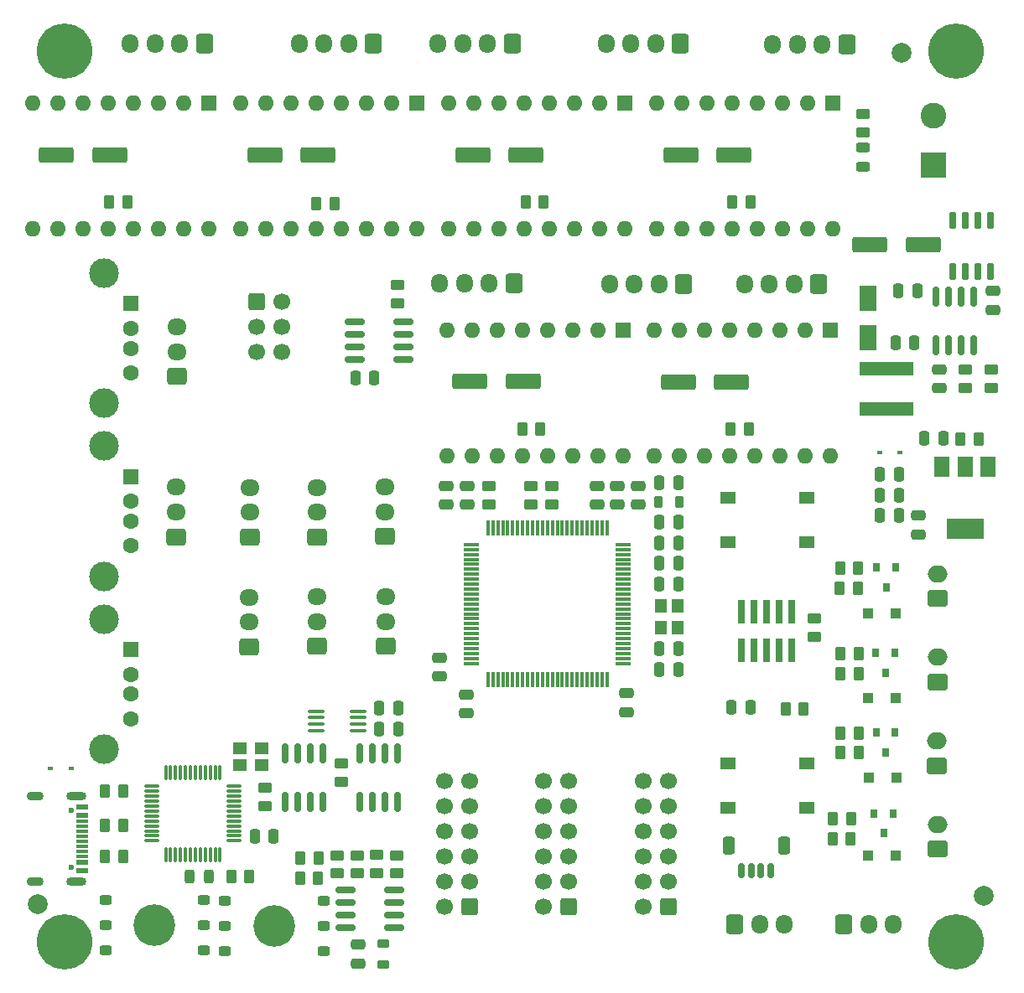
<source format=gbr>
G04 #@! TF.GenerationSoftware,KiCad,Pcbnew,6.0.2+dfsg-1~bpo11+1*
G04 #@! TF.CreationDate,2022-03-16T10:56:09+00:00*
G04 #@! TF.ProjectId,mobo,6d6f626f-2e6b-4696-9361-645f70636258,rev?*
G04 #@! TF.SameCoordinates,Original*
G04 #@! TF.FileFunction,Soldermask,Top*
G04 #@! TF.FilePolarity,Negative*
%FSLAX46Y46*%
G04 Gerber Fmt 4.6, Leading zero omitted, Abs format (unit mm)*
G04 Created by KiCad (PCBNEW 6.0.2+dfsg-1~bpo11+1) date 2022-03-16 10:56:09*
%MOMM*%
%LPD*%
G01*
G04 APERTURE LIST*
G04 Aperture macros list*
%AMRoundRect*
0 Rectangle with rounded corners*
0 $1 Rounding radius*
0 $2 $3 $4 $5 $6 $7 $8 $9 X,Y pos of 4 corners*
0 Add a 4 corners polygon primitive as box body*
4,1,4,$2,$3,$4,$5,$6,$7,$8,$9,$2,$3,0*
0 Add four circle primitives for the rounded corners*
1,1,$1+$1,$2,$3*
1,1,$1+$1,$4,$5*
1,1,$1+$1,$6,$7*
1,1,$1+$1,$8,$9*
0 Add four rect primitives between the rounded corners*
20,1,$1+$1,$2,$3,$4,$5,0*
20,1,$1+$1,$4,$5,$6,$7,0*
20,1,$1+$1,$6,$7,$8,$9,0*
20,1,$1+$1,$8,$9,$2,$3,0*%
G04 Aperture macros list end*
%ADD10C,5.600000*%
%ADD11R,1.100000X1.100000*%
%ADD12R,0.800000X0.900000*%
%ADD13RoundRect,0.249999X-0.262501X-0.450001X0.262501X-0.450001X0.262501X0.450001X-0.262501X0.450001X0*%
%ADD14R,1.600000X1.600000*%
%ADD15C,1.600000*%
%ADD16C,3.000000*%
%ADD17RoundRect,0.075000X0.662500X0.075000X-0.662500X0.075000X-0.662500X-0.075000X0.662500X-0.075000X0*%
%ADD18RoundRect,0.075000X0.075000X0.662500X-0.075000X0.662500X-0.075000X-0.662500X0.075000X-0.662500X0*%
%ADD19RoundRect,0.237500X-0.375000X-0.237500X0.375000X-0.237500X0.375000X0.237500X-0.375000X0.237500X0*%
%ADD20C,0.600000*%
%ADD21R,1.160000X0.600000*%
%ADD22R,1.160000X0.300000*%
%ADD23O,2.000000X0.900000*%
%ADD24O,1.700000X0.900000*%
%ADD25O,1.600000X1.600000*%
%ADD26RoundRect,0.250000X0.600000X0.725000X-0.600000X0.725000X-0.600000X-0.725000X0.600000X-0.725000X0*%
%ADD27O,1.700000X1.950000*%
%ADD28RoundRect,0.250000X-1.500000X-0.550000X1.500000X-0.550000X1.500000X0.550000X-1.500000X0.550000X0*%
%ADD29RoundRect,0.243750X-0.456250X0.243750X-0.456250X-0.243750X0.456250X-0.243750X0.456250X0.243750X0*%
%ADD30R,2.600000X2.600000*%
%ADD31C,2.600000*%
%ADD32RoundRect,0.249999X0.450001X-0.262501X0.450001X0.262501X-0.450001X0.262501X-0.450001X-0.262501X0*%
%ADD33RoundRect,0.250000X1.500000X0.550000X-1.500000X0.550000X-1.500000X-0.550000X1.500000X-0.550000X0*%
%ADD34RoundRect,0.150000X0.150000X-0.725000X0.150000X0.725000X-0.150000X0.725000X-0.150000X-0.725000X0*%
%ADD35RoundRect,0.250000X0.725000X-0.600000X0.725000X0.600000X-0.725000X0.600000X-0.725000X-0.600000X0*%
%ADD36O,1.950000X1.700000*%
%ADD37RoundRect,0.250000X0.600000X0.600000X-0.600000X0.600000X-0.600000X-0.600000X0.600000X-0.600000X0*%
%ADD38C,1.700000*%
%ADD39R,5.500000X1.430000*%
%ADD40RoundRect,0.150000X0.825000X0.150000X-0.825000X0.150000X-0.825000X-0.150000X0.825000X-0.150000X0*%
%ADD41RoundRect,0.250000X-0.600000X-0.600000X0.600000X-0.600000X0.600000X0.600000X-0.600000X0.600000X0*%
%ADD42RoundRect,0.250000X-0.600000X-0.725000X0.600000X-0.725000X0.600000X0.725000X-0.600000X0.725000X0*%
%ADD43R,1.800000X2.500000*%
%ADD44RoundRect,0.250000X-0.475000X0.250000X-0.475000X-0.250000X0.475000X-0.250000X0.475000X0.250000X0*%
%ADD45RoundRect,0.249999X-0.450001X0.262501X-0.450001X-0.262501X0.450001X-0.262501X0.450001X0.262501X0*%
%ADD46RoundRect,0.250000X0.475000X-0.250000X0.475000X0.250000X-0.475000X0.250000X-0.475000X-0.250000X0*%
%ADD47RoundRect,0.250000X0.250000X0.475000X-0.250000X0.475000X-0.250000X-0.475000X0.250000X-0.475000X0*%
%ADD48RoundRect,0.250000X-0.250000X-0.475000X0.250000X-0.475000X0.250000X0.475000X-0.250000X0.475000X0*%
%ADD49R,1.200000X1.400000*%
%ADD50RoundRect,0.250000X0.750000X-0.600000X0.750000X0.600000X-0.750000X0.600000X-0.750000X-0.600000X0*%
%ADD51O,2.000000X1.700000*%
%ADD52R,0.600000X0.450000*%
%ADD53RoundRect,0.150000X-0.150000X-0.625000X0.150000X-0.625000X0.150000X0.625000X-0.150000X0.625000X0*%
%ADD54RoundRect,0.249999X-0.350001X-0.650001X0.350001X-0.650001X0.350001X0.650001X-0.350001X0.650001X0*%
%ADD55RoundRect,0.075000X0.725000X0.075000X-0.725000X0.075000X-0.725000X-0.075000X0.725000X-0.075000X0*%
%ADD56RoundRect,0.075000X0.075000X0.725000X-0.075000X0.725000X-0.075000X-0.725000X0.075000X-0.725000X0*%
%ADD57RoundRect,0.249999X0.262501X0.450001X-0.262501X0.450001X-0.262501X-0.450001X0.262501X-0.450001X0*%
%ADD58R,1.400000X1.200000*%
%ADD59RoundRect,0.150000X0.150000X-0.825000X0.150000X0.825000X-0.150000X0.825000X-0.150000X-0.825000X0*%
%ADD60R,1.500000X2.000000*%
%ADD61R,3.800000X2.000000*%
%ADD62RoundRect,0.243750X0.243750X0.456250X-0.243750X0.456250X-0.243750X-0.456250X0.243750X-0.456250X0*%
%ADD63RoundRect,0.100000X0.712500X0.100000X-0.712500X0.100000X-0.712500X-0.100000X0.712500X-0.100000X0*%
%ADD64R,1.550000X1.300000*%
%ADD65R,0.740000X2.400000*%
%ADD66RoundRect,0.150000X-0.150000X0.825000X-0.150000X-0.825000X0.150000X-0.825000X0.150000X0.825000X0*%
%ADD67RoundRect,0.218750X-0.381250X0.218750X-0.381250X-0.218750X0.381250X-0.218750X0.381250X0.218750X0*%
%ADD68RoundRect,0.218750X-0.218750X-0.381250X0.218750X-0.381250X0.218750X0.381250X-0.218750X0.381250X0*%
%ADD69RoundRect,0.250000X-0.262500X-0.450000X0.262500X-0.450000X0.262500X0.450000X-0.262500X0.450000X0*%
%ADD70C,2.000000*%
%ADD71C,4.200000*%
G04 APERTURE END LIST*
D10*
X74020000Y-71030000D03*
X164020000Y-71030000D03*
X74020000Y-161030000D03*
X164020000Y-161030000D03*
D11*
X157920000Y-152350000D03*
X155120000Y-152350000D03*
D12*
X157680000Y-148080000D03*
X155780000Y-148080000D03*
X156730000Y-150080000D03*
X157870000Y-139900000D03*
X155970000Y-139900000D03*
X156920000Y-141900000D03*
D13*
X151617500Y-148620000D03*
X153442500Y-148620000D03*
D14*
X80740000Y-96580000D03*
D15*
X80740000Y-99080000D03*
X80740000Y-101080000D03*
X80740000Y-103580000D03*
D16*
X78030000Y-106650000D03*
X78030000Y-93510000D03*
D14*
X80720000Y-114030000D03*
D15*
X80720000Y-116530000D03*
X80720000Y-118530000D03*
X80720000Y-121030000D03*
D16*
X78010000Y-124100000D03*
X78010000Y-110960000D03*
D14*
X80710000Y-131510000D03*
D15*
X80710000Y-134010000D03*
X80710000Y-136010000D03*
X80710000Y-138510000D03*
D16*
X78000000Y-128440000D03*
X78000000Y-141580000D03*
D17*
X91162500Y-150840000D03*
X91162500Y-150340000D03*
X91162500Y-149840000D03*
X91162500Y-149340000D03*
X91162500Y-148840000D03*
X91162500Y-148340000D03*
X91162500Y-147840000D03*
X91162500Y-147340000D03*
X91162500Y-146840000D03*
X91162500Y-146340000D03*
X91162500Y-145840000D03*
X91162500Y-145340000D03*
D18*
X89750000Y-143927500D03*
X89250000Y-143927500D03*
X88750000Y-143927500D03*
X88250000Y-143927500D03*
X87750000Y-143927500D03*
X87250000Y-143927500D03*
X86750000Y-143927500D03*
X86250000Y-143927500D03*
X85750000Y-143927500D03*
X85250000Y-143927500D03*
X84750000Y-143927500D03*
X84250000Y-143927500D03*
D17*
X82837500Y-145340000D03*
X82837500Y-145840000D03*
X82837500Y-146340000D03*
X82837500Y-146840000D03*
X82837500Y-147340000D03*
X82837500Y-147840000D03*
X82837500Y-148340000D03*
X82837500Y-148840000D03*
X82837500Y-149340000D03*
X82837500Y-149840000D03*
X82837500Y-150340000D03*
X82837500Y-150840000D03*
D18*
X84250000Y-152252500D03*
X84750000Y-152252500D03*
X85250000Y-152252500D03*
X85750000Y-152252500D03*
X86250000Y-152252500D03*
X86750000Y-152252500D03*
X87250000Y-152252500D03*
X87750000Y-152252500D03*
X88250000Y-152252500D03*
X88750000Y-152252500D03*
X89250000Y-152252500D03*
X89750000Y-152252500D03*
D19*
X90222500Y-156880000D03*
X90222500Y-159420000D03*
X90222500Y-161960000D03*
X100197500Y-161960000D03*
X100197500Y-159420000D03*
X100197500Y-156880000D03*
D20*
X74750000Y-153530000D03*
X74750000Y-147750000D03*
D21*
X75810000Y-147440000D03*
X75810000Y-148240000D03*
D22*
X75810000Y-149390000D03*
X75810000Y-150390000D03*
X75810000Y-150890000D03*
X75810000Y-151890000D03*
D21*
X75810000Y-153040000D03*
X75810000Y-153840000D03*
X75810000Y-153840000D03*
X75810000Y-153040000D03*
D22*
X75810000Y-152390000D03*
X75810000Y-151390000D03*
X75810000Y-149890000D03*
X75810000Y-148890000D03*
D21*
X75810000Y-148240000D03*
X75810000Y-147440000D03*
D23*
X75230000Y-146320000D03*
D24*
X71060000Y-154960000D03*
D23*
X75230000Y-154960000D03*
D24*
X71060000Y-146320000D03*
D11*
X157940000Y-136450000D03*
X155140000Y-136450000D03*
D13*
X152327500Y-123270000D03*
X154152500Y-123270000D03*
D12*
X157860000Y-131840000D03*
X155960000Y-131840000D03*
X156910000Y-133840000D03*
X157940000Y-123240000D03*
X156040000Y-123240000D03*
X156990000Y-125240000D03*
D13*
X152367500Y-139950000D03*
X154192500Y-139950000D03*
X152387500Y-131920000D03*
X154212500Y-131920000D03*
X152317500Y-125310000D03*
X154142500Y-125310000D03*
D14*
X109570000Y-76280000D03*
D25*
X107030000Y-76280000D03*
X104490000Y-76280000D03*
X101950000Y-76280000D03*
X99410000Y-76280000D03*
X96870000Y-76280000D03*
X94330000Y-76280000D03*
X91790000Y-76280000D03*
X91790000Y-88980000D03*
X94330000Y-88980000D03*
X96870000Y-88980000D03*
X99410000Y-88980000D03*
X101950000Y-88980000D03*
X104490000Y-88980000D03*
X107030000Y-88980000D03*
X109570000Y-88980000D03*
D14*
X130570000Y-76280000D03*
D25*
X128030000Y-76280000D03*
X125490000Y-76280000D03*
X122950000Y-76280000D03*
X120410000Y-76280000D03*
X117870000Y-76280000D03*
X115330000Y-76280000D03*
X112790000Y-76280000D03*
X112790000Y-88980000D03*
X115330000Y-88980000D03*
X117870000Y-88980000D03*
X120410000Y-88980000D03*
X122950000Y-88980000D03*
X125490000Y-88980000D03*
X128030000Y-88980000D03*
X130570000Y-88980000D03*
D14*
X88570000Y-76280000D03*
D25*
X86030000Y-76280000D03*
X83490000Y-76280000D03*
X80950000Y-76280000D03*
X78410000Y-76280000D03*
X75870000Y-76280000D03*
X73330000Y-76280000D03*
X70790000Y-76280000D03*
X70790000Y-88980000D03*
X73330000Y-88980000D03*
X75870000Y-88980000D03*
X78410000Y-88980000D03*
X80950000Y-88980000D03*
X83490000Y-88980000D03*
X86030000Y-88980000D03*
X88570000Y-88980000D03*
D14*
X151570000Y-76280000D03*
D25*
X149030000Y-76280000D03*
X146490000Y-76280000D03*
X143950000Y-76280000D03*
X141410000Y-76280000D03*
X138870000Y-76280000D03*
X136330000Y-76280000D03*
X133790000Y-76280000D03*
X133790000Y-88980000D03*
X136330000Y-88980000D03*
X138870000Y-88980000D03*
X141410000Y-88980000D03*
X143950000Y-88980000D03*
X146490000Y-88980000D03*
X149030000Y-88980000D03*
X151570000Y-88980000D03*
D26*
X136220000Y-70300000D03*
D27*
X133720000Y-70300000D03*
X131220000Y-70300000D03*
X128720000Y-70300000D03*
D26*
X88185000Y-70275000D03*
D27*
X85685000Y-70275000D03*
X83185000Y-70275000D03*
X80685000Y-70275000D03*
D28*
X94240000Y-81580000D03*
X99640000Y-81580000D03*
D26*
X153020000Y-70400000D03*
D27*
X150520000Y-70400000D03*
X148020000Y-70400000D03*
X145520000Y-70400000D03*
D13*
X99477500Y-86470000D03*
X101302500Y-86470000D03*
X78557500Y-86310000D03*
X80382500Y-86310000D03*
D28*
X115240000Y-81580000D03*
X120640000Y-81580000D03*
D13*
X120607500Y-86270000D03*
X122432500Y-86270000D03*
D28*
X136240000Y-81580000D03*
X141640000Y-81580000D03*
D13*
X141437500Y-86310000D03*
X143262500Y-86310000D03*
D29*
X154680000Y-80830000D03*
X154680000Y-82705000D03*
D30*
X161790000Y-82590000D03*
D31*
X161790000Y-77590000D03*
D32*
X154680000Y-79262500D03*
X154680000Y-77437500D03*
D26*
X119235000Y-70275000D03*
D27*
X116735000Y-70275000D03*
X114235000Y-70275000D03*
X111735000Y-70275000D03*
D26*
X105235000Y-70275000D03*
D27*
X102735000Y-70275000D03*
X100235000Y-70275000D03*
X97735000Y-70275000D03*
D33*
X160730000Y-90600000D03*
X155330000Y-90600000D03*
D34*
X163725000Y-93295000D03*
X164995000Y-93295000D03*
X166265000Y-93295000D03*
X167535000Y-93295000D03*
X167535000Y-88145000D03*
X166265000Y-88145000D03*
X164995000Y-88145000D03*
X163725000Y-88145000D03*
D14*
X151380000Y-99230000D03*
D25*
X148840000Y-99230000D03*
X146300000Y-99230000D03*
X143760000Y-99230000D03*
X141220000Y-99230000D03*
X138680000Y-99230000D03*
X136140000Y-99230000D03*
X133600000Y-99230000D03*
X133600000Y-111930000D03*
X136140000Y-111930000D03*
X138680000Y-111930000D03*
X141220000Y-111930000D03*
X143760000Y-111930000D03*
X146300000Y-111930000D03*
X148840000Y-111930000D03*
X151380000Y-111930000D03*
D13*
X141277500Y-109270000D03*
X143102500Y-109270000D03*
X120237500Y-109220000D03*
X122062500Y-109220000D03*
D26*
X136570000Y-94580000D03*
D27*
X134070000Y-94580000D03*
X131570000Y-94580000D03*
X129070000Y-94580000D03*
D14*
X130400000Y-99250000D03*
D25*
X127860000Y-99250000D03*
X125320000Y-99250000D03*
X122780000Y-99250000D03*
X120240000Y-99250000D03*
X117700000Y-99250000D03*
X115160000Y-99250000D03*
X112620000Y-99250000D03*
X112620000Y-111950000D03*
X115160000Y-111950000D03*
X117700000Y-111950000D03*
X120240000Y-111950000D03*
X122780000Y-111950000D03*
X125320000Y-111950000D03*
X127860000Y-111950000D03*
X130400000Y-111950000D03*
D26*
X150170000Y-94600000D03*
D27*
X147670000Y-94600000D03*
X145170000Y-94600000D03*
X142670000Y-94600000D03*
D35*
X99560000Y-120150000D03*
D36*
X99560000Y-117650000D03*
X99560000Y-115150000D03*
D35*
X106420000Y-120100000D03*
D36*
X106420000Y-117600000D03*
X106420000Y-115100000D03*
D35*
X99560000Y-131210000D03*
D36*
X99560000Y-128710000D03*
X99560000Y-126210000D03*
D35*
X92690000Y-131250000D03*
D36*
X92690000Y-128750000D03*
X92690000Y-126250000D03*
D37*
X114900000Y-157510000D03*
D38*
X112360000Y-157510000D03*
X114900000Y-154970000D03*
X112360000Y-154970000D03*
X114900000Y-152430000D03*
X112360000Y-152430000D03*
X114900000Y-149890000D03*
X112360000Y-149890000D03*
X114900000Y-147350000D03*
X112360000Y-147350000D03*
X114900000Y-144810000D03*
X112360000Y-144810000D03*
D37*
X124960000Y-157510000D03*
D38*
X122420000Y-157510000D03*
X124960000Y-154970000D03*
X122420000Y-154970000D03*
X124960000Y-152430000D03*
X122420000Y-152430000D03*
X124960000Y-149890000D03*
X122420000Y-149890000D03*
X124960000Y-147350000D03*
X122420000Y-147350000D03*
X124960000Y-144810000D03*
X122420000Y-144810000D03*
D39*
X157030000Y-103160000D03*
X157030000Y-107200000D03*
D40*
X108275000Y-102205000D03*
X108275000Y-100935000D03*
X108275000Y-99665000D03*
X108275000Y-98395000D03*
X103325000Y-98395000D03*
X103325000Y-99665000D03*
X103325000Y-100935000D03*
X103325000Y-102205000D03*
D41*
X93400000Y-96340000D03*
D38*
X95940000Y-96340000D03*
X93400000Y-98880000D03*
X95940000Y-98880000D03*
X93400000Y-101420000D03*
X95940000Y-101420000D03*
D42*
X152730000Y-159270000D03*
D27*
X155230000Y-159270000D03*
X157730000Y-159270000D03*
D13*
X152377500Y-133950000D03*
X154202500Y-133950000D03*
D42*
X141730000Y-159260000D03*
D27*
X144230000Y-159260000D03*
X146730000Y-159260000D03*
D43*
X155120000Y-100040000D03*
X155120000Y-96040000D03*
D44*
X130770000Y-135950000D03*
X130770000Y-137850000D03*
X111910000Y-132350000D03*
X111910000Y-134250000D03*
D45*
X121084000Y-115037500D03*
X121084000Y-116862500D03*
D46*
X131980000Y-116900000D03*
X131980000Y-115000000D03*
D47*
X136010000Y-131415000D03*
X134110000Y-131415000D03*
D48*
X134110000Y-124925000D03*
X136010000Y-124925000D03*
D45*
X116860000Y-115037500D03*
X116860000Y-116862500D03*
D49*
X135910000Y-129270000D03*
X135910000Y-127070000D03*
X134210000Y-127070000D03*
X134210000Y-129270000D03*
D32*
X123230000Y-116862500D03*
X123230000Y-115037500D03*
D13*
X151577500Y-150670000D03*
X153402500Y-150670000D03*
D19*
X78152500Y-156850000D03*
X78152500Y-159390000D03*
X78152500Y-161930000D03*
X88127500Y-161930000D03*
X88127500Y-159390000D03*
X88127500Y-156850000D03*
D35*
X106450000Y-131200000D03*
D36*
X106450000Y-128700000D03*
X106450000Y-126200000D03*
D50*
X162140000Y-143260000D03*
D51*
X162140000Y-140760000D03*
D50*
X162170000Y-134790000D03*
D51*
X162170000Y-132290000D03*
D50*
X162220000Y-126360000D03*
D51*
X162220000Y-123860000D03*
D50*
X162150000Y-151680000D03*
D51*
X162150000Y-149180000D03*
D13*
X152377500Y-141920000D03*
X154202500Y-141920000D03*
D11*
X158000000Y-144460000D03*
X155200000Y-144460000D03*
D35*
X92720000Y-120150000D03*
D36*
X92720000Y-117650000D03*
X92720000Y-115150000D03*
D48*
X103420000Y-104110000D03*
X105320000Y-104110000D03*
D52*
X158400000Y-111640000D03*
X156300000Y-111640000D03*
X72610000Y-143510000D03*
X74710000Y-143510000D03*
D35*
X85390000Y-103940000D03*
D36*
X85390000Y-101440000D03*
X85390000Y-98940000D03*
D53*
X142360000Y-153875000D03*
X143360000Y-153875000D03*
X144360000Y-153875000D03*
X145360000Y-153875000D03*
D54*
X146660000Y-151350000D03*
X141060000Y-151350000D03*
D55*
X130465000Y-132910000D03*
X130465000Y-132410000D03*
X130465000Y-131910000D03*
X130465000Y-131410000D03*
X130465000Y-130910000D03*
X130465000Y-130410000D03*
X130465000Y-129910000D03*
X130465000Y-129410000D03*
X130465000Y-128910000D03*
X130465000Y-128410000D03*
X130465000Y-127910000D03*
X130465000Y-127410000D03*
X130465000Y-126910000D03*
X130465000Y-126410000D03*
X130465000Y-125910000D03*
X130465000Y-125410000D03*
X130465000Y-124910000D03*
X130465000Y-124410000D03*
X130465000Y-123910000D03*
X130465000Y-123410000D03*
X130465000Y-122910000D03*
X130465000Y-122410000D03*
X130465000Y-121910000D03*
X130465000Y-121410000D03*
X130465000Y-120910000D03*
D56*
X128790000Y-119235000D03*
X128290000Y-119235000D03*
X127790000Y-119235000D03*
X127290000Y-119235000D03*
X126790000Y-119235000D03*
X126290000Y-119235000D03*
X125790000Y-119235000D03*
X125290000Y-119235000D03*
X124790000Y-119235000D03*
X124290000Y-119235000D03*
X123790000Y-119235000D03*
X123290000Y-119235000D03*
X122790000Y-119235000D03*
X122290000Y-119235000D03*
X121790000Y-119235000D03*
X121290000Y-119235000D03*
X120790000Y-119235000D03*
X120290000Y-119235000D03*
X119790000Y-119235000D03*
X119290000Y-119235000D03*
X118790000Y-119235000D03*
X118290000Y-119235000D03*
X117790000Y-119235000D03*
X117290000Y-119235000D03*
X116790000Y-119235000D03*
D55*
X115115000Y-120910000D03*
X115115000Y-121410000D03*
X115115000Y-121910000D03*
X115115000Y-122410000D03*
X115115000Y-122910000D03*
X115115000Y-123410000D03*
X115115000Y-123910000D03*
X115115000Y-124410000D03*
X115115000Y-124910000D03*
X115115000Y-125410000D03*
X115115000Y-125910000D03*
X115115000Y-126410000D03*
X115115000Y-126910000D03*
X115115000Y-127410000D03*
X115115000Y-127910000D03*
X115115000Y-128410000D03*
X115115000Y-128910000D03*
X115115000Y-129410000D03*
X115115000Y-129910000D03*
X115115000Y-130410000D03*
X115115000Y-130910000D03*
X115115000Y-131410000D03*
X115115000Y-131910000D03*
X115115000Y-132410000D03*
X115115000Y-132910000D03*
D56*
X116790000Y-134585000D03*
X117290000Y-134585000D03*
X117790000Y-134585000D03*
X118290000Y-134585000D03*
X118790000Y-134585000D03*
X119290000Y-134585000D03*
X119790000Y-134585000D03*
X120290000Y-134585000D03*
X120790000Y-134585000D03*
X121290000Y-134585000D03*
X121790000Y-134585000D03*
X122290000Y-134585000D03*
X122790000Y-134585000D03*
X123290000Y-134585000D03*
X123790000Y-134585000D03*
X124290000Y-134585000D03*
X124790000Y-134585000D03*
X125290000Y-134585000D03*
X125790000Y-134585000D03*
X126290000Y-134585000D03*
X126790000Y-134585000D03*
X127290000Y-134585000D03*
X127790000Y-134585000D03*
X128290000Y-134585000D03*
X128790000Y-134585000D03*
D13*
X97827500Y-154600000D03*
X99652500Y-154600000D03*
D57*
X99662500Y-152630000D03*
X97837500Y-152630000D03*
D32*
X103560000Y-154122500D03*
X103560000Y-152297500D03*
X101540000Y-154132500D03*
X101540000Y-152307500D03*
X101980000Y-144860000D03*
X101980000Y-143035000D03*
X94300000Y-147302500D03*
X94300000Y-145477500D03*
D13*
X78137500Y-149320000D03*
X79962500Y-149320000D03*
X78137500Y-152440000D03*
X79962500Y-152440000D03*
D45*
X107680000Y-94707500D03*
X107680000Y-96532500D03*
D40*
X107335000Y-159645000D03*
X107335000Y-158375000D03*
X107335000Y-157105000D03*
X107335000Y-155835000D03*
X102385000Y-155835000D03*
X102385000Y-157105000D03*
X102385000Y-158375000D03*
X102385000Y-159645000D03*
D58*
X93960000Y-141500000D03*
X91760000Y-141500000D03*
X91760000Y-143200000D03*
X93960000Y-143200000D03*
D59*
X103885000Y-146925000D03*
X105155000Y-146925000D03*
X106425000Y-146925000D03*
X107695000Y-146925000D03*
X107695000Y-141975000D03*
X106425000Y-141975000D03*
X105155000Y-141975000D03*
X103885000Y-141975000D03*
X96295000Y-146935000D03*
X97565000Y-146935000D03*
X98835000Y-146935000D03*
X100105000Y-146935000D03*
X100105000Y-141985000D03*
X98835000Y-141985000D03*
X97565000Y-141985000D03*
X96295000Y-141985000D03*
D60*
X167240000Y-113030000D03*
D61*
X164940000Y-119330000D03*
D60*
X164940000Y-113030000D03*
X162640000Y-113030000D03*
D35*
X85330000Y-120120000D03*
D36*
X85330000Y-117620000D03*
X85330000Y-115120000D03*
D46*
X129880000Y-116900000D03*
X129880000Y-115000000D03*
X114700000Y-116900000D03*
X114700000Y-115000000D03*
X127800000Y-116900000D03*
X127800000Y-115000000D03*
D48*
X134110000Y-133540000D03*
X136010000Y-133540000D03*
X134110000Y-118611666D03*
X136010000Y-118611666D03*
D46*
X112550000Y-116900000D03*
X112550000Y-115000000D03*
D48*
X134110000Y-114655000D03*
X136010000Y-114655000D03*
D44*
X114580000Y-136040000D03*
X114580000Y-137940000D03*
D48*
X158240000Y-95240000D03*
X160140000Y-95240000D03*
D62*
X88577500Y-154490000D03*
X86702500Y-154490000D03*
D57*
X148642500Y-137500000D03*
X146817500Y-137500000D03*
X79972500Y-145790000D03*
X78147500Y-145790000D03*
D13*
X90867500Y-154420000D03*
X92692500Y-154420000D03*
D63*
X103702500Y-139695000D03*
X103702500Y-139045000D03*
X103702500Y-138395000D03*
X103702500Y-137745000D03*
X99477500Y-137745000D03*
X99477500Y-138395000D03*
X99477500Y-139045000D03*
X99477500Y-139695000D03*
D48*
X93230000Y-150420000D03*
X95130000Y-150420000D03*
D44*
X103710000Y-161350000D03*
X103710000Y-163250000D03*
D32*
X105560000Y-154112500D03*
X105560000Y-152287500D03*
D45*
X107550000Y-152307500D03*
X107550000Y-154132500D03*
D26*
X119390000Y-94500000D03*
D27*
X116890000Y-94500000D03*
X114390000Y-94500000D03*
X111890000Y-94500000D03*
D48*
X141380000Y-137390000D03*
X143280000Y-137390000D03*
D64*
X141025000Y-120660000D03*
X148975000Y-120660000D03*
X148975000Y-116160000D03*
X141025000Y-116160000D03*
D48*
X157940000Y-100510000D03*
X159840000Y-100510000D03*
D44*
X167770000Y-95310000D03*
X167770000Y-97210000D03*
D65*
X142340000Y-131590000D03*
X142340000Y-127690000D03*
X143610000Y-131590000D03*
X143610000Y-127690000D03*
X144880000Y-131590000D03*
X144880000Y-127690000D03*
X146150000Y-131590000D03*
X146150000Y-127690000D03*
X147420000Y-131590000D03*
X147420000Y-127690000D03*
D48*
X134110000Y-122800000D03*
X136010000Y-122800000D03*
D64*
X141025000Y-143040000D03*
X148975000Y-143040000D03*
X148975000Y-147540000D03*
X141025000Y-147540000D03*
D66*
X165865000Y-95835000D03*
X164595000Y-95835000D03*
X163325000Y-95835000D03*
X162055000Y-95835000D03*
X162055000Y-100785000D03*
X163325000Y-100785000D03*
X164595000Y-100785000D03*
X165865000Y-100785000D03*
D47*
X162750000Y-110200000D03*
X160850000Y-110200000D03*
D46*
X160200000Y-119890000D03*
X160200000Y-117990000D03*
D11*
X157920000Y-127880000D03*
X155120000Y-127880000D03*
D37*
X135008000Y-157480000D03*
D38*
X132468000Y-157480000D03*
X135008000Y-154940000D03*
X132468000Y-154940000D03*
X135008000Y-152400000D03*
X132468000Y-152400000D03*
X135008000Y-149860000D03*
X132468000Y-149860000D03*
X135008000Y-147320000D03*
X132468000Y-147320000D03*
X135008000Y-144780000D03*
X132468000Y-144780000D03*
D67*
X106190000Y-161257500D03*
X106190000Y-163382500D03*
D48*
X134110000Y-120720000D03*
X136010000Y-120720000D03*
D68*
X133997500Y-116633333D03*
X136122500Y-116633333D03*
D48*
X105836000Y-137456000D03*
X107736000Y-137456000D03*
X105816000Y-139516000D03*
X107716000Y-139516000D03*
D32*
X149730000Y-130222500D03*
X149730000Y-128397500D03*
X165015000Y-105082500D03*
X165015000Y-103257500D03*
D46*
X162370000Y-105120000D03*
X162370000Y-103220000D03*
D69*
X164487500Y-110220000D03*
X166312500Y-110220000D03*
D45*
X167630000Y-103257500D03*
X167630000Y-105082500D03*
D47*
X158260000Y-113850000D03*
X156360000Y-113850000D03*
X158270000Y-115905000D03*
X156370000Y-115905000D03*
X158270000Y-117960000D03*
X156370000Y-117960000D03*
D28*
X73240000Y-81580000D03*
X78640000Y-81580000D03*
X114940000Y-104450000D03*
X120340000Y-104450000D03*
X135990000Y-104520000D03*
X141390000Y-104520000D03*
D70*
X158530000Y-71250000D03*
X166840000Y-156440000D03*
X71330000Y-157250000D03*
D71*
X95200000Y-159410000D03*
X83140000Y-159370000D03*
M02*

</source>
